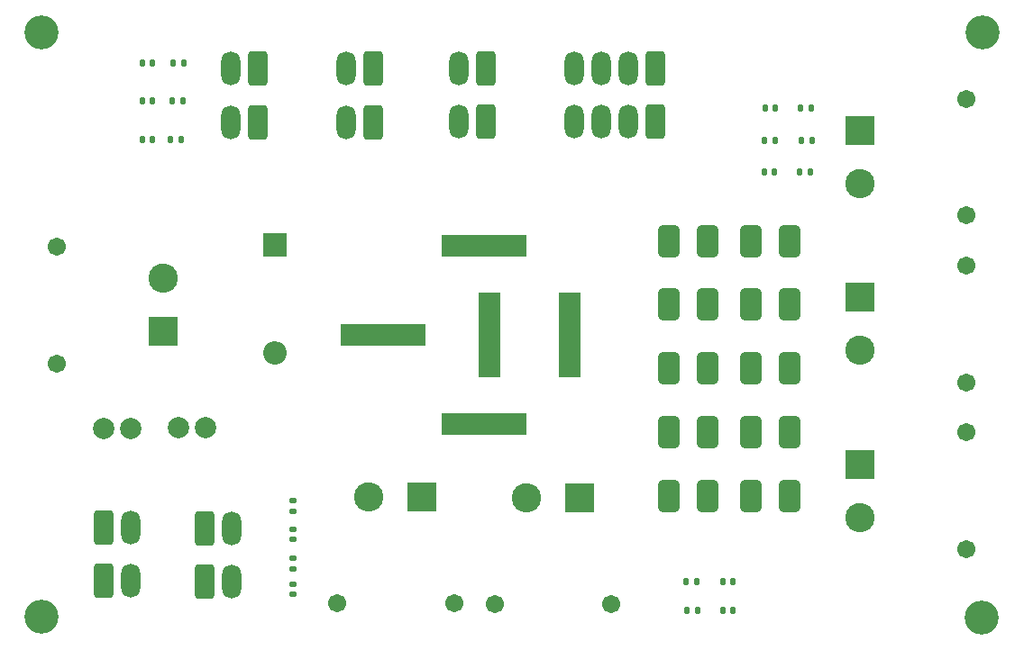
<source format=gts>
G04 #@! TF.GenerationSoftware,KiCad,Pcbnew,9.0.0*
G04 #@! TF.CreationDate,2025-04-02T18:04:16+02:00*
G04 #@! TF.ProjectId,CapyPower,43617079-506f-4776-9572-2e6b69636164,rev?*
G04 #@! TF.SameCoordinates,Original*
G04 #@! TF.FileFunction,Soldermask,Top*
G04 #@! TF.FilePolarity,Negative*
%FSLAX46Y46*%
G04 Gerber Fmt 4.6, Leading zero omitted, Abs format (unit mm)*
G04 Created by KiCad (PCBNEW 9.0.0) date 2025-04-02 18:04:16*
%MOMM*%
%LPD*%
G01*
G04 APERTURE LIST*
G04 Aperture macros list*
%AMRoundRect*
0 Rectangle with rounded corners*
0 $1 Rounding radius*
0 $2 $3 $4 $5 $6 $7 $8 $9 X,Y pos of 4 corners*
0 Add a 4 corners polygon primitive as box body*
4,1,4,$2,$3,$4,$5,$6,$7,$8,$9,$2,$3,0*
0 Add four circle primitives for the rounded corners*
1,1,$1+$1,$2,$3*
1,1,$1+$1,$4,$5*
1,1,$1+$1,$6,$7*
1,1,$1+$1,$8,$9*
0 Add four rect primitives between the rounded corners*
20,1,$1+$1,$2,$3,$4,$5,0*
20,1,$1+$1,$4,$5,$6,$7,0*
20,1,$1+$1,$6,$7,$8,$9,0*
20,1,$1+$1,$8,$9,$2,$3,0*%
G04 Aperture macros list end*
%ADD10O,1.800000X3.200000*%
%ADD11RoundRect,0.250000X-0.650000X-1.350000X0.650000X-1.350000X0.650000X1.350000X-0.650000X1.350000X0*%
%ADD12RoundRect,0.147500X-0.147500X-0.172500X0.147500X-0.172500X0.147500X0.172500X-0.147500X0.172500X0*%
%ADD13RoundRect,0.135000X-0.135000X-0.185000X0.135000X-0.185000X0.135000X0.185000X-0.135000X0.185000X0*%
%ADD14C,1.712000*%
%ADD15C,2.754000*%
%ADD16RoundRect,0.102000X-1.275000X1.275000X-1.275000X-1.275000X1.275000X-1.275000X1.275000X1.275000X0*%
%ADD17C,2.000000*%
%ADD18R,8.000000X2.000000*%
%ADD19R,2.000000X8.000000*%
%ADD20RoundRect,0.102000X1.275000X1.275000X-1.275000X1.275000X-1.275000X-1.275000X1.275000X-1.275000X0*%
%ADD21RoundRect,0.102000X1.275000X-1.275000X1.275000X1.275000X-1.275000X1.275000X-1.275000X-1.275000X0*%
%ADD22RoundRect,0.135000X0.135000X0.185000X-0.135000X0.185000X-0.135000X-0.185000X0.135000X-0.185000X0*%
%ADD23RoundRect,0.135000X-0.185000X0.135000X-0.185000X-0.135000X0.185000X-0.135000X0.185000X0.135000X0*%
%ADD24RoundRect,0.250000X0.650000X1.350000X-0.650000X1.350000X-0.650000X-1.350000X0.650000X-1.350000X0*%
%ADD25RoundRect,0.393701X0.606299X1.106299X-0.606299X1.106299X-0.606299X-1.106299X0.606299X-1.106299X0*%
%ADD26RoundRect,0.147500X0.147500X0.172500X-0.147500X0.172500X-0.147500X-0.172500X0.147500X-0.172500X0*%
%ADD27RoundRect,0.147500X0.172500X-0.147500X0.172500X0.147500X-0.172500X0.147500X-0.172500X-0.147500X0*%
%ADD28R,2.200000X2.200000*%
%ADD29O,2.200000X2.200000*%
%ADD30C,3.200000*%
G04 APERTURE END LIST*
D10*
X77140000Y-94100000D03*
X77140000Y-89100000D03*
D11*
X74600000Y-94100000D03*
X74600000Y-89100000D03*
D10*
X67650000Y-94050000D03*
X67650000Y-89050000D03*
D11*
X65110000Y-94050000D03*
X65110000Y-89050000D03*
D12*
X69685000Y-52550000D03*
X68715000Y-52550000D03*
D13*
X72350000Y-52550000D03*
X71330000Y-52550000D03*
D14*
X146100000Y-64400000D03*
X146100000Y-75400000D03*
D15*
X136100000Y-72400000D03*
D16*
X136100000Y-67400000D03*
D17*
X67620000Y-79700000D03*
X65080000Y-79700000D03*
X74670000Y-79650000D03*
X72130000Y-79650000D03*
D18*
X91350000Y-70900000D03*
X100850000Y-62500000D03*
X100850000Y-79300000D03*
D19*
X101350000Y-70900000D03*
X108850000Y-70900000D03*
D20*
X95000000Y-86194250D03*
D15*
X90000000Y-86194250D03*
D14*
X87000000Y-96194250D03*
X98000000Y-96194250D03*
D20*
X109800000Y-86244250D03*
D15*
X104800000Y-86244250D03*
D14*
X101800000Y-96244250D03*
X112800000Y-96244250D03*
D16*
X136100000Y-83100000D03*
D15*
X136100000Y-88100000D03*
D14*
X146100000Y-91100000D03*
X146100000Y-80100000D03*
D16*
X136094250Y-51700000D03*
D15*
X136094250Y-56700000D03*
D14*
X146094250Y-59700000D03*
X146094250Y-48700000D03*
D21*
X70700000Y-70600000D03*
D15*
X70700000Y-65600000D03*
D14*
X60700000Y-62600000D03*
X60700000Y-73600000D03*
D13*
X71540000Y-48950000D03*
X72560000Y-48950000D03*
X71590000Y-45350000D03*
X72610000Y-45350000D03*
D22*
X120910000Y-96800000D03*
X119890000Y-96800000D03*
X120842500Y-94100000D03*
X119822500Y-94100000D03*
D13*
X130452500Y-55600000D03*
X131472500Y-55600000D03*
X130602500Y-52600000D03*
X131622500Y-52600000D03*
D22*
X131600000Y-49600000D03*
X130580000Y-49600000D03*
D23*
X82850000Y-86520000D03*
X82850000Y-87540000D03*
X82850000Y-91880000D03*
X82850000Y-92900000D03*
D24*
X79600000Y-50900000D03*
X79600000Y-45900000D03*
D10*
X77060000Y-50900000D03*
X77060000Y-45900000D03*
D24*
X90450000Y-50900000D03*
X90450000Y-45900000D03*
D10*
X87910000Y-50900000D03*
X87910000Y-45900000D03*
D24*
X100990000Y-50850000D03*
X100990000Y-45850000D03*
D10*
X98450000Y-50850000D03*
X98450000Y-45850000D03*
D24*
X116900000Y-50850000D03*
X116900000Y-45850000D03*
D10*
X114360000Y-50850000D03*
X114360000Y-45850000D03*
X111820000Y-50850000D03*
X111820000Y-45850000D03*
X109280000Y-50850000D03*
X109280000Y-45850000D03*
D25*
X129550000Y-86075000D03*
X125850000Y-86075000D03*
X121850000Y-86075000D03*
X118150000Y-86075000D03*
X129550000Y-80075000D03*
X125850000Y-80075000D03*
X121850000Y-80075000D03*
X118150000Y-80075000D03*
X129550000Y-74075000D03*
X125850000Y-74075000D03*
X121850000Y-74075000D03*
X118150000Y-74075000D03*
X129550000Y-68075000D03*
X125850000Y-68075000D03*
X121850000Y-68075000D03*
X118150000Y-68075000D03*
X129550000Y-62075000D03*
X125850000Y-62075000D03*
X121850000Y-62075000D03*
X118150000Y-62075000D03*
D12*
X68715000Y-48950000D03*
X69685000Y-48950000D03*
X68715000Y-45350000D03*
X69685000Y-45350000D03*
D26*
X124235000Y-96800000D03*
X123265000Y-96800000D03*
X124217500Y-94100000D03*
X123247500Y-94100000D03*
D12*
X127127500Y-55600000D03*
X128097500Y-55600000D03*
X127177500Y-52600000D03*
X128147500Y-52600000D03*
X127215000Y-49600000D03*
X128185000Y-49600000D03*
D27*
X82850000Y-90160000D03*
X82850000Y-89190000D03*
X82850000Y-95307500D03*
X82850000Y-94337500D03*
D28*
X81150000Y-62440000D03*
D29*
X81150000Y-72600000D03*
D30*
X147650000Y-42500000D03*
X59250000Y-97400000D03*
X59250000Y-42500000D03*
X147600000Y-97500000D03*
M02*

</source>
